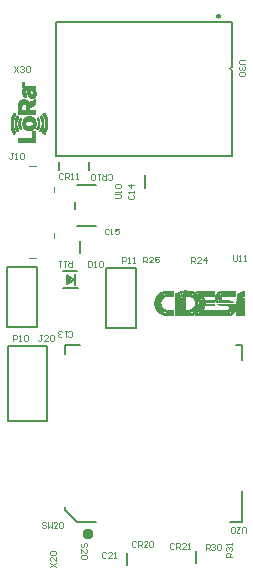
<source format=gto>
G04 Layer_Color=65535*
%FSLAX24Y24*%
%MOIN*%
G70*
G01*
G75*
%ADD37C,0.0059*%
%ADD56C,0.0079*%
%ADD57C,0.0157*%
%ADD58C,0.0059*%
%ADD59C,0.0060*%
%ADD60C,0.0039*%
%ADD61C,0.0080*%
%ADD62C,0.0010*%
%ADD63C,0.0039*%
%ADD64R,0.0079X0.0397*%
G36*
X-2307Y-5541D02*
X-2249Y-5580D01*
X-2210Y-5638D01*
X-2197Y-5707D01*
X-2210Y-5775D01*
X-2249Y-5834D01*
X-2307Y-5872D01*
X-2376Y-5886D01*
X-2445Y-5872D01*
X-2503Y-5834D01*
X-2542Y-5775D01*
X-2555Y-5707D01*
X-2542Y-5638D01*
X-2503Y-5580D01*
X-2445Y-5541D01*
X-2376Y-5527D01*
X-2307Y-5541D01*
D02*
G37*
G36*
X-2913Y2776D02*
X-3033Y2696D01*
Y2854D01*
X-2913Y2776D01*
D02*
G37*
D37*
X-468Y5816D02*
Y6255D01*
D56*
X2425Y9887D02*
G03*
X2425Y9759I0J-64D01*
G01*
X2425Y9421D02*
Y9759D01*
X-3425Y6909D02*
X2425D01*
X-3425D02*
Y11359D01*
X2425D01*
Y9871D02*
Y11359D01*
Y6909D02*
Y9421D01*
X-780Y1177D02*
Y3177D01*
X-1780D02*
X-780D01*
X-1780Y1177D02*
Y3177D01*
Y1177D02*
X-780D01*
X-5067Y1193D02*
Y3193D01*
Y1193D02*
X-4067D01*
Y3193D01*
X-5067D02*
X-4067D01*
X-5050Y557D02*
X-3750D01*
X-5050Y-1943D02*
Y557D01*
X-3750Y-1943D02*
Y557D01*
X-5050Y-1943D02*
X-3750D01*
D57*
X1979Y11559D02*
G03*
X1979Y11559I-4J0D01*
G01*
D58*
X-2753Y-5309D02*
X-2123D01*
X-3146Y-4915D02*
X-2753Y-5309D01*
X-3146Y-4915D02*
Y-4797D01*
X2759Y-5309D02*
Y-4285D01*
X2365Y-5309D02*
X2759D01*
Y85D02*
Y597D01*
X2562D02*
X2759D01*
X-3146D02*
X-2635D01*
X-3146Y282D02*
Y597D01*
D59*
X-2727Y4566D02*
X-2092D01*
X-2727Y5936D02*
X-2092D01*
X-2812Y5126D02*
Y5346D01*
X-2657Y3658D02*
Y4058D01*
X-3356Y6435D02*
Y6705D01*
X-2342Y6435D02*
Y6705D01*
X-1077Y-6726D02*
Y-6326D01*
X1234Y-6686D02*
Y-6286D01*
D60*
X-3504Y4173D02*
Y4331D01*
Y5709D02*
Y5846D01*
X-4350Y6555D02*
X-4114D01*
X-4331Y3484D02*
X-4114D01*
D61*
X-3073Y2933D02*
X-2835Y2776D01*
X-3073Y2616D02*
Y2933D01*
Y2616D02*
X-2835Y2776D01*
X-3223Y3046D02*
X-2733D01*
X-3223Y2496D02*
X-2703D01*
D62*
X812Y2417D02*
X902D01*
X172Y2407D02*
X462D01*
X722D02*
X742D01*
X772D02*
X1072D01*
X1212D02*
X1812D01*
X2042D02*
X2532D01*
X2802D02*
X2812D01*
X152Y2397D02*
X462D01*
X712D02*
X742D01*
X772D02*
X1102D01*
X1222D02*
X1812D01*
X2012D02*
X2532D01*
X2792D02*
X2812D01*
X112Y2387D02*
X462D01*
X692D02*
X742D01*
X772D02*
X1132D01*
X1242D02*
X1812D01*
X1992D02*
X2532D01*
X2762D02*
X2812D01*
X92Y2377D02*
X462D01*
X662D02*
X742D01*
X772D02*
X1162D01*
X1252D02*
X1812D01*
X1972D02*
X2532D01*
X2742D02*
X2812D01*
X62Y2367D02*
X472D01*
X642D02*
X742D01*
X772D02*
X1182D01*
X1262D02*
X1812D01*
X1952D02*
X2532D01*
X2712D02*
X2812D01*
X52Y2357D02*
X472D01*
X622D02*
X742D01*
X772D02*
X1202D01*
X1272D02*
X1812D01*
X1942D02*
X2532D01*
X2692D02*
X2812D01*
X42Y2347D02*
X472D01*
X612D02*
X742D01*
X772D02*
X1212D01*
X1282D02*
X1812D01*
X1932D02*
X2532D01*
X2682D02*
X2812D01*
X22Y2337D02*
X472D01*
X592D02*
X742D01*
X782D02*
X1222D01*
X1292D02*
X1812D01*
X1922D02*
X2532D01*
X2662D02*
X2812D01*
X2Y2327D02*
X192D01*
X562D02*
X722D01*
X2632D02*
X2802D01*
X-8Y2317D02*
X152D01*
X542D02*
X702D01*
X2612D02*
X2772D01*
X-28Y2307D02*
X122D01*
X512D02*
X672D01*
X2592D02*
X2752D01*
X-28Y2297D02*
X112D01*
X242D02*
X472D01*
X512D02*
X662D01*
X772D02*
X1002D01*
X1142D02*
X1272D01*
X1322D02*
X1812D01*
X1892D02*
X1992D01*
X2092D02*
X2532D01*
X2582D02*
X2742D01*
X-38Y2287D02*
X92D01*
X192D02*
X472D01*
X512D02*
X642D01*
X712D02*
X742D01*
X772D02*
X1052D01*
X1152D02*
X1282D01*
X1342D02*
X1812D01*
X1892D02*
X1982D01*
X2052D02*
X2532D01*
X2582D02*
X2712D01*
X2792D02*
X2812D01*
X-48Y2277D02*
X72D01*
X152D02*
X472D01*
X512D02*
X612D01*
X692D02*
X742D01*
X772D02*
X1092D01*
X1172D02*
X1292D01*
X1352D02*
X1812D01*
X1872D02*
X1972D01*
X2032D02*
X2532D01*
X2582D02*
X2692D01*
X2762D02*
X2812D01*
X-58Y2267D02*
X62D01*
X132D02*
X472D01*
X512D02*
X592D01*
X672D02*
X742D01*
X772D02*
X1112D01*
X1192D02*
X1302D01*
X1352D02*
X1812D01*
X1872D02*
X1962D01*
X2012D02*
X2532D01*
X2582D02*
X2662D01*
X2742D02*
X2812D01*
X-68Y2257D02*
X52D01*
X112D02*
X472D01*
X512D02*
X562D01*
X642D02*
X742D01*
X772D02*
X1132D01*
X1202D02*
X1302D01*
X1362D02*
X1812D01*
X1872D02*
X1952D01*
X2002D02*
X2532D01*
X2582D02*
X2642D01*
X2712D02*
X2812D01*
X-78Y2247D02*
X42D01*
X102D02*
X472D01*
X512D02*
X552D01*
X632D02*
X742D01*
X772D02*
X1142D01*
X1202D02*
X1312D01*
X1362D02*
X1812D01*
X1862D02*
X1952D01*
X2002D02*
X2532D01*
X2582D02*
X2622D01*
X2702D02*
X2812D01*
X-88Y2237D02*
X22D01*
X92D02*
X472D01*
X512D02*
X522D01*
X612D02*
X742D01*
X772D02*
X1152D01*
X1212D02*
X1322D01*
X1372D02*
X1812D01*
X1862D02*
X1952D01*
X1992D02*
X2532D01*
X2582D02*
X2602D01*
X2682D02*
X2812D01*
X-88Y2227D02*
X12D01*
X72D02*
X252D01*
X592D02*
X742D01*
X772D02*
X862D01*
X992D02*
X1172D01*
X1222D02*
X1322D01*
X1372D02*
X1452D01*
X1862D02*
X1942D01*
X1992D02*
X2532D01*
X2662D02*
X2812D01*
X-98Y2217D02*
X12D01*
X62D02*
X192D01*
X562D02*
X722D01*
X772D02*
X862D01*
X1042D02*
X1182D01*
X1242D02*
X1332D01*
X1382D02*
X1462D01*
X1862D02*
X1942D01*
X1982D02*
X2082D01*
X2642D02*
X2802D01*
X-108Y2207D02*
X2D01*
X52D02*
X172D01*
X542D02*
X692D01*
X772D02*
X862D01*
X1072D02*
X1192D01*
X1242D02*
X1342D01*
X1392D02*
X1462D01*
X1862D02*
X1942D01*
X1972D02*
X2062D01*
X2612D02*
X2772D01*
X-108Y2197D02*
X-8D01*
X42D02*
X162D01*
X532D02*
X682D01*
X772D02*
X862D01*
X1082D02*
X1202D01*
X1252D02*
X1342D01*
X1392D02*
X1472D01*
X1852D02*
X1932D01*
X1972D02*
X2062D01*
X2602D02*
X2762D01*
X-108Y2187D02*
X-8D01*
X32D02*
X142D01*
X512D02*
X662D01*
X772D02*
X862D01*
X1102D02*
X1212D01*
X1252D02*
X1352D01*
X1392D02*
X1472D01*
X1852D02*
X1932D01*
X1972D02*
X2052D01*
X2582D02*
X2742D01*
X-118Y2177D02*
X-28D01*
X22D02*
X122D01*
X512D02*
X642D01*
X722D02*
X742D01*
X772D02*
X862D01*
X1112D02*
X1222D01*
X1262D02*
X1352D01*
X1402D02*
X1472D01*
X1852D02*
X1932D01*
X1972D02*
X2052D01*
X2582D02*
X2712D01*
X2792D02*
X2812D01*
X-128Y2167D02*
X-28D01*
X12D02*
X112D01*
X512D02*
X612D01*
X702D02*
X742D01*
X772D02*
X862D01*
X1132D02*
X1222D01*
X1262D02*
X1352D01*
X1402D02*
X1482D01*
X1852D02*
X1932D01*
X1972D02*
X2052D01*
X2582D02*
X2692D01*
X2772D02*
X2812D01*
X-128Y2157D02*
X-38D01*
X12D02*
X102D01*
X512D02*
X592D01*
X672D02*
X742D01*
X772D02*
X862D01*
X1142D02*
X1232D01*
X1272D02*
X1362D01*
X1412D02*
X1492D01*
X1852D02*
X1932D01*
X1972D02*
X2052D01*
X2582D02*
X2662D01*
X2752D02*
X2812D01*
X-128Y2147D02*
X-38D01*
X2D02*
X102D01*
X512D02*
X572D01*
X662D02*
X742D01*
X772D02*
X862D01*
X1142D02*
X1242D01*
X1272D02*
X1362D01*
X1412D02*
X1492D01*
X1852D02*
X1932D01*
X1972D02*
X2052D01*
X2582D02*
X2652D01*
X2732D02*
X2812D01*
X-138Y2137D02*
X-38D01*
X2D02*
X92D01*
X512D02*
X552D01*
X642D02*
X742D01*
X772D02*
X862D01*
X1152D02*
X1242D01*
X1282D02*
X1362D01*
X1412D02*
X1492D01*
X1852D02*
X1932D01*
X1972D02*
X2052D01*
X2582D02*
X2622D01*
X2712D02*
X2812D01*
X-138Y2127D02*
X-48D01*
X-8D02*
X72D01*
X512D02*
X522D01*
X612D02*
X742D01*
X772D02*
X862D01*
X1162D02*
X1252D01*
X1292D02*
X1372D01*
X1412D02*
X1492D01*
X1852D02*
X1932D01*
X1972D02*
X2062D01*
X2572D02*
X2602D01*
X2692D02*
X2812D01*
X-138Y2117D02*
X-48D01*
X-8D02*
X72D01*
X592D02*
X742D01*
X772D02*
X862D01*
X1172D02*
X1252D01*
X1292D02*
X1372D01*
X1422D02*
X1502D01*
X1862D02*
X1942D01*
X1972D02*
X2062D01*
X2662D02*
X2812D01*
X-148Y2107D02*
X-58D01*
X-18D02*
X62D01*
X562D02*
X742D01*
X772D02*
X862D01*
X1172D02*
X1262D01*
X1292D02*
X1372D01*
X1422D02*
X1502D01*
X1862D02*
X1942D01*
X1982D02*
X2072D01*
X2642D02*
X2812D01*
X-148Y2097D02*
X-58D01*
X-18D02*
X62D01*
X552D02*
X742D01*
X772D02*
X862D01*
X1172D02*
X1262D01*
X1292D02*
X1382D01*
X1422D02*
X1502D01*
X1862D02*
X1942D01*
X1982D02*
X2092D01*
X2622D02*
X2812D01*
X-148Y2087D02*
X-58D01*
X-28D02*
X52D01*
X532D02*
X742D01*
X772D02*
X862D01*
X1182D02*
X1262D01*
X1302D02*
X1382D01*
X1422D02*
X1812D01*
X1862D02*
X1942D01*
X1992D02*
X2322D01*
X2602D02*
X2812D01*
X-148Y2077D02*
X-58D01*
X-28D02*
X52D01*
X512D02*
X742D01*
X772D02*
X862D01*
X1192D02*
X1262D01*
X1302D02*
X1382D01*
X1422D02*
X1812D01*
X1872D02*
X1952D01*
X1992D02*
X2362D01*
X2582D02*
X2812D01*
X-148Y2067D02*
X-68D01*
X-28D02*
X52D01*
X512D02*
X742D01*
X772D02*
X862D01*
X1192D02*
X1272D01*
X1302D02*
X1392D01*
X1422D02*
X1812D01*
X1872D02*
X1962D01*
X2002D02*
X2392D01*
X2572D02*
X2812D01*
X-158Y2057D02*
X-68D01*
X-28D02*
X52D01*
X512D02*
X742D01*
X772D02*
X862D01*
X1192D02*
X1272D01*
X1302D02*
X1392D01*
X1422D02*
X1812D01*
X1872D02*
X1962D01*
X2012D02*
X2412D01*
X2572D02*
X2812D01*
X-158Y2047D02*
X-68D01*
X-38D02*
X42D01*
X512D02*
X742D01*
X772D02*
X862D01*
X1192D02*
X1272D01*
X1302D02*
X1392D01*
X1432D02*
X1812D01*
X1882D02*
X1972D01*
X2022D02*
X2422D01*
X2572D02*
X2812D01*
X-158Y2037D02*
X-78D01*
X-38D02*
X42D01*
X512D02*
X742D01*
X772D02*
X862D01*
X1202D02*
X1272D01*
X1312D02*
X1392D01*
X1432D02*
X1812D01*
X1892D02*
X1982D01*
X2042D02*
X2432D01*
X2572D02*
X2812D01*
X-158Y2027D02*
X-78D01*
X-38D02*
X42D01*
X512D02*
X742D01*
X772D02*
X862D01*
X1202D02*
X1272D01*
X1312D02*
X1392D01*
X1432D02*
X1812D01*
X1892D02*
X1992D01*
X2062D02*
X2452D01*
X2572D02*
X2812D01*
X-158Y2017D02*
X-78D01*
X-38D02*
X42D01*
X512D02*
X742D01*
X772D02*
X862D01*
X1202D02*
X1272D01*
X1312D02*
X1392D01*
X1432D02*
X1512D01*
X2572D02*
X2812D01*
X-158Y2007D02*
X-78D01*
X-38D02*
X42D01*
X512D02*
X742D01*
X772D02*
X862D01*
X1202D02*
X1272D01*
X1312D02*
X1392D01*
X1432D02*
X1512D01*
X2572D02*
X2812D01*
X-158Y1997D02*
X-78D01*
X-38D02*
X42D01*
X512D02*
X742D01*
X772D02*
X862D01*
X1202D02*
X1272D01*
X1312D02*
X1392D01*
X1432D02*
X1512D01*
X2572D02*
X2812D01*
X-158Y1987D02*
X-78D01*
X-38D02*
X42D01*
X512D02*
X742D01*
X772D02*
X862D01*
X1202D02*
X1272D01*
X1312D02*
X1392D01*
X1432D02*
X1512D01*
X2572D02*
X2812D01*
X-158Y1977D02*
X-78D01*
X-38D02*
X42D01*
X512D02*
X742D01*
X772D02*
X862D01*
X1202D02*
X1272D01*
X1312D02*
X1392D01*
X1432D02*
X1812D01*
X1932D02*
X2312D01*
X2392D02*
X2492D01*
X2572D02*
X2812D01*
X-158Y1967D02*
X-78D01*
X-38D02*
X42D01*
X512D02*
X742D01*
X772D02*
X862D01*
X1202D02*
X1272D01*
X1312D02*
X1392D01*
X1432D02*
X1812D01*
X1942D02*
X2342D01*
X2402D02*
X2502D01*
X2572D02*
X2812D01*
X-158Y1957D02*
X-68D01*
X-38D02*
X42D01*
X512D02*
X742D01*
X772D02*
X862D01*
X1192D02*
X1272D01*
X1312D02*
X1392D01*
X1422D02*
X1812D01*
X1952D02*
X2352D01*
X2412D02*
X2502D01*
X2572D02*
X2812D01*
X-158Y1947D02*
X-68D01*
X-28D02*
X52D01*
X512D02*
X742D01*
X772D02*
X862D01*
X1192D02*
X1272D01*
X1302D02*
X1392D01*
X1422D02*
X1812D01*
X1972D02*
X2372D01*
X2422D02*
X2512D01*
X2572D02*
X2812D01*
X-158Y1937D02*
X-68D01*
X-28D02*
X52D01*
X512D02*
X742D01*
X772D02*
X862D01*
X1192D02*
X1272D01*
X1302D02*
X1392D01*
X1422D02*
X1812D01*
X1982D02*
X2372D01*
X2422D02*
X2512D01*
X2572D02*
X2812D01*
X-158Y1927D02*
X-58D01*
X-28D02*
X52D01*
X512D02*
X742D01*
X772D02*
X862D01*
X1192D02*
X1262D01*
X1302D02*
X1392D01*
X1422D02*
X1812D01*
X2012D02*
X2382D01*
X2432D02*
X2512D01*
X2572D02*
X2812D01*
X-148Y1917D02*
X-58D01*
X-28D02*
X62D01*
X512D02*
X742D01*
X772D02*
X862D01*
X1182D02*
X1262D01*
X1302D02*
X1382D01*
X1422D02*
X1812D01*
X2042D02*
X2392D01*
X2442D02*
X2522D01*
X2572D02*
X2812D01*
X-148Y1907D02*
X-58D01*
X-28D02*
X62D01*
X512D02*
X742D01*
X772D02*
X862D01*
X1172D02*
X1262D01*
X1302D02*
X1382D01*
X1422D02*
X1502D01*
X2282D02*
X2402D01*
X2442D02*
X2522D01*
X2572D02*
X2812D01*
X-148Y1897D02*
X-58D01*
X-18D02*
X72D01*
X512D02*
X742D01*
X772D02*
X862D01*
X1172D02*
X1252D01*
X1292D02*
X1372D01*
X1412D02*
X1502D01*
X2302D02*
X2402D01*
X2452D02*
X2522D01*
X2572D02*
X2812D01*
X-148Y1887D02*
X-48D01*
X-18D02*
X72D01*
X512D02*
X742D01*
X772D02*
X862D01*
X1172D02*
X1252D01*
X1292D02*
X1372D01*
X1412D02*
X1502D01*
X2312D02*
X2402D01*
X2452D02*
X2522D01*
X2572D02*
X2812D01*
X-138Y1877D02*
X-48D01*
X-8D02*
X82D01*
X512D02*
X742D01*
X772D02*
X862D01*
X1162D02*
X1252D01*
X1292D02*
X1372D01*
X1412D02*
X1492D01*
X2322D02*
X2412D01*
X2452D02*
X2532D01*
X2572D02*
X2812D01*
X-138Y1867D02*
X-48D01*
X-8D02*
X92D01*
X512D02*
X742D01*
X772D02*
X862D01*
X1152D02*
X1242D01*
X1282D02*
X1372D01*
X1412D02*
X1492D01*
X2322D02*
X2412D01*
X2452D02*
X2532D01*
X2572D02*
X2812D01*
X-138Y1857D02*
X-38D01*
X2D02*
X102D01*
X512D02*
X742D01*
X772D02*
X862D01*
X1142D02*
X1242D01*
X1272D02*
X1362D01*
X1412D02*
X1492D01*
X2332D02*
X2412D01*
X2452D02*
X2532D01*
X2572D02*
X2812D01*
X-128Y1847D02*
X-38D01*
X12D02*
X102D01*
X512D02*
X742D01*
X772D02*
X862D01*
X1132D02*
X1232D01*
X1272D02*
X1362D01*
X1402D02*
X1492D01*
X2332D02*
X2412D01*
X2452D02*
X2532D01*
X2572D02*
X2812D01*
X-128Y1837D02*
X-28D01*
X12D02*
X112D01*
X512D02*
X742D01*
X772D02*
X862D01*
X1122D02*
X1222D01*
X1272D02*
X1362D01*
X1402D02*
X1482D01*
X2332D02*
X2412D01*
X2452D02*
X2532D01*
X2572D02*
X2812D01*
X-128Y1827D02*
X-28D01*
X22D02*
X122D01*
X512D02*
X742D01*
X772D02*
X862D01*
X1112D02*
X1222D01*
X1262D02*
X1352D01*
X1402D02*
X1472D01*
X2332D02*
X2412D01*
X2452D02*
X2532D01*
X2572D02*
X2812D01*
X-118Y1817D02*
X-18D01*
X22D02*
X142D01*
X512D02*
X742D01*
X772D02*
X862D01*
X1102D02*
X1212D01*
X1262D02*
X1352D01*
X1392D02*
X1472D01*
X2322D02*
X2412D01*
X2452D02*
X2532D01*
X2572D02*
X2812D01*
X-108Y1807D02*
X-8D01*
X42D02*
X162D01*
X512D02*
X742D01*
X772D02*
X862D01*
X1082D02*
X1202D01*
X1252D02*
X1352D01*
X1392D02*
X1472D01*
X2322D02*
X2412D01*
X2452D02*
X2522D01*
X2572D02*
X2812D01*
X-108Y1797D02*
X2D01*
X52D02*
X182D01*
X512D02*
X742D01*
X772D02*
X862D01*
X1062D02*
X1192D01*
X1242D02*
X1342D01*
X1382D02*
X1462D01*
X2312D02*
X2402D01*
X2452D02*
X2522D01*
X2572D02*
X2812D01*
X-98Y1787D02*
X2D01*
X52D02*
X202D01*
X512D02*
X742D01*
X772D02*
X862D01*
X1042D02*
X1192D01*
X1242D02*
X1342D01*
X1382D02*
X1462D01*
X2302D02*
X2402D01*
X2452D02*
X2522D01*
X2572D02*
X2812D01*
X-98Y1777D02*
X12D01*
X62D02*
X462D01*
X512D02*
X742D01*
X772D02*
X872D01*
X972D02*
X1172D01*
X1232D02*
X1332D01*
X1372D02*
X1812D01*
X2272D02*
X2402D01*
X2442D02*
X2522D01*
X2572D02*
X2812D01*
X-88Y1767D02*
X22D01*
X82D02*
X472D01*
X512D02*
X742D01*
X772D02*
X1162D01*
X1222D02*
X1322D01*
X1362D02*
X1812D01*
X1852D02*
X2392D01*
X2442D02*
X2522D01*
X2572D02*
X2812D01*
X-78Y1757D02*
X42D01*
X92D02*
X472D01*
X512D02*
X742D01*
X772D02*
X1152D01*
X1212D02*
X1312D01*
X1362D02*
X1812D01*
X1852D02*
X2382D01*
X2432D02*
X2512D01*
X2572D02*
X2812D01*
X-78Y1747D02*
X52D01*
X112D02*
X472D01*
X512D02*
X742D01*
X772D02*
X1122D01*
X1202D02*
X1312D01*
X1352D02*
X1812D01*
X1852D02*
X2372D01*
X2422D02*
X2512D01*
X2572D02*
X2812D01*
X-68Y1737D02*
X52D01*
X122D02*
X472D01*
X512D02*
X742D01*
X772D02*
X1122D01*
X1192D02*
X1302D01*
X1352D02*
X1812D01*
X1852D02*
X2372D01*
X2422D02*
X2512D01*
X2572D02*
X2812D01*
X-58Y1727D02*
X72D01*
X142D02*
X472D01*
X512D02*
X742D01*
X772D02*
X1102D01*
X1172D02*
X1302D01*
X1342D02*
X1812D01*
X1852D02*
X2352D01*
X2412D02*
X2502D01*
X2572D02*
X2812D01*
X-48Y1717D02*
X92D01*
X172D02*
X472D01*
X512D02*
X742D01*
X772D02*
X1072D01*
X1162D02*
X1292D01*
X1332D02*
X1812D01*
X1852D02*
X2342D01*
X2402D02*
X2502D01*
X2572D02*
X2812D01*
X-38Y1707D02*
X102D01*
X212D02*
X472D01*
X512D02*
X742D01*
X772D02*
X1022D01*
X1142D02*
X1272D01*
X1322D02*
X1812D01*
X1852D02*
X2312D01*
X2392D02*
X2492D01*
X2572D02*
X2812D01*
X-28Y1697D02*
X122D01*
X512D02*
X742D01*
X2572D02*
X2812D01*
X-18Y1687D02*
X142D01*
X512D02*
X742D01*
X2572D02*
X2812D01*
X-8Y1677D02*
X172D01*
X512D02*
X742D01*
X2572D02*
X2812D01*
X12Y1667D02*
X242D01*
X512D02*
X742D01*
X2572D02*
X2812D01*
X22Y1657D02*
X462D01*
X512D02*
X742D01*
X772D02*
X1212D01*
X1292D02*
X1812D01*
X1852D02*
X2452D01*
X2572D02*
X2812D01*
X42Y1647D02*
X462D01*
X512D02*
X742D01*
X772D02*
X1202D01*
X1272D02*
X1812D01*
X1852D02*
X2442D01*
X2572D02*
X2812D01*
X52Y1637D02*
X462D01*
X512D02*
X742D01*
X772D02*
X1192D01*
X1272D02*
X1812D01*
X1852D02*
X2432D01*
X2572D02*
X2812D01*
X72Y1627D02*
X462D01*
X512D02*
X742D01*
X772D02*
X1172D01*
X1252D02*
X1812D01*
X1852D02*
X2422D01*
X2572D02*
X2812D01*
X102Y1617D02*
X462D01*
X512D02*
X742D01*
X772D02*
X1152D01*
X1242D02*
X1812D01*
X1852D02*
X2402D01*
X2572D02*
X2812D01*
X122Y1607D02*
X462D01*
X512D02*
X742D01*
X772D02*
X1122D01*
X1222D02*
X1812D01*
X1852D02*
X2382D01*
X2572D02*
X2812D01*
X162Y1597D02*
X462D01*
X512D02*
X742D01*
X772D02*
X1082D01*
X1212D02*
X1812D01*
X1852D02*
X2352D01*
X2572D02*
X2812D01*
X192Y1587D02*
X472D01*
X512D02*
X742D01*
X772D02*
X1052D01*
X1202D02*
X1812D01*
X1852D02*
X2322D01*
X2572D02*
X2812D01*
X-3732Y7855D02*
Y8125D01*
X-3742Y7825D02*
Y8155D01*
X-3752Y7785D02*
Y8195D01*
X-3762Y7765D02*
Y8215D01*
X-3772Y7735D02*
Y8245D01*
X-3782Y7715D02*
Y8265D01*
X-3792Y7695D02*
Y8285D01*
X-3802Y7685D02*
Y8295D01*
X-3812Y8085D02*
Y8325D01*
Y7665D02*
Y7895D01*
X-3822Y8115D02*
Y8335D01*
Y7645D02*
Y7865D01*
X-3832Y8165D02*
Y8335D01*
Y7635D02*
Y7815D01*
X-3842Y8185D02*
Y8325D01*
Y7645D02*
Y7805D01*
X-3852Y8215D02*
Y8315D01*
Y7645D02*
Y7765D01*
X-3862Y8225D02*
Y8315D01*
Y7915D02*
Y8065D01*
Y7655D02*
Y7755D01*
X-3872Y8255D02*
Y8305D01*
Y7855D02*
Y8125D01*
Y7665D02*
Y7725D01*
X-3882Y8265D02*
Y8295D01*
Y7835D02*
Y8155D01*
Y7805D02*
Y7815D01*
Y7675D02*
Y7715D01*
X-3892Y8295D02*
Y8305D01*
Y7795D02*
Y8185D01*
Y7665D02*
Y7695D01*
X-3902Y7785D02*
Y8195D01*
X-3912Y7755D02*
Y8225D01*
X-3922Y7745D02*
Y8235D01*
Y7725D02*
Y7735D01*
X-3932Y8065D02*
Y8255D01*
Y7715D02*
Y7915D01*
X-3942Y8105D02*
Y8255D01*
Y7715D02*
Y7885D01*
X-3952Y8135D02*
Y8255D01*
Y7715D02*
Y7845D01*
X-3962Y8155D02*
Y8235D01*
Y7725D02*
Y7825D01*
X-3972Y8185D02*
Y8235D01*
Y7735D02*
Y7795D01*
X-3982Y8195D02*
Y8225D01*
Y7735D02*
Y7785D01*
X-3992Y7915D02*
Y8065D01*
Y7745D02*
Y7765D01*
X-4002Y7885D02*
Y8095D01*
X-4012Y7845D02*
Y8125D01*
X-4022Y7835D02*
Y8145D01*
X-4032Y7805D02*
Y8165D01*
X-4042Y7785D02*
Y8185D01*
X-4052Y8065D02*
Y8175D01*
Y7795D02*
Y7915D01*
X-4062Y8085D02*
Y8175D01*
Y7795D02*
Y7885D01*
X-4072Y8125D02*
Y8165D01*
Y7805D02*
Y7865D01*
X-4082Y8135D02*
Y8155D01*
Y7815D02*
Y7845D01*
X-4092Y7805D02*
Y7815D01*
X-4122Y8935D02*
Y9025D01*
Y7925D02*
Y8045D01*
X-4132Y9115D02*
Y9235D01*
Y8895D02*
Y9055D01*
Y8625D02*
Y8795D01*
Y8285D02*
Y8435D01*
Y7885D02*
Y8085D01*
Y7355D02*
Y7725D01*
X-4142Y9105D02*
Y9235D01*
Y8885D02*
Y9075D01*
Y8625D02*
Y8795D01*
Y8285D02*
Y8435D01*
Y7865D02*
Y8105D01*
Y7355D02*
Y7725D01*
X-4152Y9105D02*
Y9235D01*
Y8875D02*
Y9095D01*
Y8615D02*
Y8795D01*
Y8285D02*
Y8435D01*
Y7845D02*
Y8125D01*
Y7355D02*
Y7725D01*
X-4162Y8865D02*
Y9235D01*
Y8615D02*
Y8785D01*
Y8285D02*
Y8435D01*
Y7835D02*
Y8135D01*
Y7355D02*
Y7725D01*
X-4172Y8855D02*
Y9225D01*
Y8605D02*
Y8775D01*
Y8285D02*
Y8435D01*
Y8155D02*
Y8165D01*
Y7825D02*
Y8145D01*
Y7355D02*
Y7725D01*
X-4182Y8845D02*
Y9225D01*
Y8605D02*
Y8775D01*
Y8285D02*
Y8435D01*
Y7815D02*
Y8155D01*
Y7355D02*
Y7725D01*
X-4192Y8845D02*
Y9225D01*
Y8595D02*
Y8765D01*
Y8285D02*
Y8435D01*
Y7805D02*
Y8175D01*
Y7355D02*
Y7725D01*
X-4202Y8835D02*
Y9225D01*
Y8595D02*
Y8755D01*
Y8285D02*
Y8435D01*
Y7795D02*
Y8175D01*
Y7355D02*
Y7725D01*
X-4212Y8835D02*
Y9225D01*
Y8585D02*
Y8755D01*
Y8285D02*
Y8435D01*
Y7785D02*
Y8185D01*
Y7355D02*
Y7725D01*
X-4222Y9035D02*
Y9225D01*
Y8835D02*
Y8995D01*
Y8575D02*
Y8755D01*
Y8285D02*
Y8435D01*
Y7785D02*
Y8195D01*
Y7355D02*
Y7725D01*
X-4232Y9065D02*
Y9225D01*
Y8835D02*
Y8975D01*
Y8575D02*
Y8745D01*
Y8285D02*
Y8435D01*
Y8035D02*
Y8195D01*
Y7775D02*
Y7935D01*
Y7355D02*
Y7725D01*
X-4242Y9075D02*
Y9225D01*
Y8835D02*
Y8965D01*
Y8575D02*
Y8735D01*
Y8285D02*
Y8435D01*
Y8055D02*
Y8195D01*
Y7775D02*
Y7925D01*
Y7355D02*
Y7725D01*
X-4252Y9075D02*
Y9225D01*
Y8835D02*
Y8965D01*
Y8565D02*
Y8735D01*
Y8285D02*
Y8435D01*
Y8055D02*
Y8205D01*
Y7775D02*
Y7915D01*
Y7355D02*
Y7725D01*
X-4262Y9085D02*
Y9225D01*
Y8835D02*
Y8965D01*
Y8555D02*
Y8725D01*
Y8285D02*
Y8435D01*
Y8065D02*
Y8205D01*
Y7765D02*
Y7915D01*
Y7355D02*
Y7505D01*
X-4272Y9095D02*
Y9225D01*
Y8835D02*
Y8965D01*
Y8555D02*
Y8715D01*
Y8285D02*
Y8435D01*
Y8065D02*
Y8215D01*
Y7765D02*
Y7905D01*
Y7355D02*
Y7505D01*
X-4282Y9095D02*
Y9225D01*
Y8835D02*
Y8975D01*
Y8545D02*
Y8715D01*
Y8285D02*
Y8435D01*
Y8075D02*
Y8215D01*
Y7755D02*
Y7895D01*
Y7355D02*
Y7505D01*
X-4292Y9095D02*
Y9225D01*
Y8835D02*
Y8985D01*
Y8535D02*
Y8715D01*
Y8285D02*
Y8435D01*
Y8075D02*
Y8215D01*
Y7755D02*
Y7895D01*
Y7355D02*
Y7505D01*
X-4302Y9095D02*
Y9225D01*
Y8845D02*
Y8995D01*
Y8535D02*
Y8705D01*
Y8285D02*
Y8435D01*
Y8075D02*
Y8215D01*
Y7755D02*
Y7895D01*
Y7355D02*
Y7505D01*
X-4312Y9095D02*
Y9225D01*
Y8845D02*
Y9035D01*
Y8535D02*
Y8695D01*
Y8285D02*
Y8435D01*
Y8075D02*
Y8215D01*
Y7755D02*
Y7895D01*
Y7355D02*
Y7505D01*
X-4322Y9095D02*
Y9225D01*
Y8855D02*
Y9065D01*
Y8525D02*
Y8695D01*
Y8285D02*
Y8435D01*
Y8075D02*
Y8215D01*
Y7755D02*
Y7895D01*
Y7355D02*
Y7505D01*
X-4332Y8855D02*
Y9225D01*
Y8285D02*
Y8685D01*
Y8075D02*
Y8215D01*
Y7755D02*
Y7895D01*
Y7355D02*
Y7505D01*
X-4342Y8875D02*
Y9225D01*
Y8285D02*
Y8675D01*
Y8075D02*
Y8215D01*
Y7755D02*
Y7895D01*
Y7355D02*
Y7505D01*
X-4352Y8885D02*
Y9225D01*
Y8865D02*
Y8875D01*
Y8285D02*
Y8675D01*
Y8075D02*
Y8215D01*
Y7755D02*
Y7895D01*
Y7355D02*
Y7505D01*
X-4362Y8895D02*
Y9225D01*
Y8285D02*
Y8695D01*
Y8075D02*
Y8215D01*
Y7755D02*
Y7895D01*
Y7355D02*
Y7505D01*
X-4372Y8915D02*
Y9225D01*
Y8285D02*
Y8705D01*
Y8075D02*
Y8215D01*
Y7755D02*
Y7895D01*
Y7355D02*
Y7505D01*
X-4382Y8945D02*
Y9225D01*
Y8285D02*
Y8725D01*
Y8075D02*
Y8215D01*
Y7755D02*
Y7895D01*
Y7355D02*
Y7505D01*
X-4392Y8965D02*
Y9225D01*
Y8285D02*
Y8735D01*
Y8075D02*
Y8215D01*
Y7755D02*
Y7895D01*
Y7355D02*
Y7505D01*
X-4402Y9025D02*
Y9225D01*
Y8285D02*
Y8745D01*
Y8075D02*
Y8215D01*
Y7755D02*
Y7895D01*
Y7355D02*
Y7505D01*
X-4412Y9085D02*
Y9225D01*
Y8285D02*
Y8755D01*
Y8075D02*
Y8215D01*
Y7765D02*
Y7905D01*
Y7355D02*
Y7505D01*
X-4422Y9095D02*
Y9225D01*
Y8285D02*
Y8755D01*
Y8065D02*
Y8205D01*
Y7765D02*
Y7905D01*
Y7355D02*
Y7505D01*
X-4432Y9095D02*
Y9225D01*
Y8855D02*
Y8985D01*
Y8285D02*
Y8765D01*
Y8055D02*
Y8205D01*
Y7775D02*
Y7915D01*
Y7355D02*
Y7505D01*
X-4442Y9095D02*
Y9225D01*
Y8855D02*
Y8985D01*
Y8285D02*
Y8775D01*
Y8055D02*
Y8195D01*
Y7775D02*
Y7925D01*
Y7355D02*
Y7505D01*
X-4452Y9095D02*
Y9225D01*
Y8855D02*
Y8985D01*
Y8605D02*
Y8775D01*
Y8285D02*
Y8435D01*
Y8035D02*
Y8195D01*
Y7775D02*
Y7935D01*
Y7355D02*
Y7505D01*
X-4462Y9095D02*
Y9225D01*
Y8855D02*
Y8995D01*
Y8615D02*
Y8775D01*
Y8285D02*
Y8435D01*
Y7785D02*
Y8195D01*
Y7355D02*
Y7505D01*
X-4472Y9085D02*
Y9225D01*
Y8855D02*
Y8995D01*
Y8625D02*
Y8785D01*
Y8285D02*
Y8435D01*
Y7785D02*
Y8185D01*
Y7355D02*
Y7505D01*
X-4482Y8855D02*
Y9215D01*
Y8635D02*
Y8785D01*
Y8285D02*
Y8435D01*
Y7795D02*
Y8175D01*
Y7355D02*
Y7505D01*
X-4492Y9225D02*
Y9235D01*
Y8865D02*
Y9215D01*
Y8635D02*
Y8785D01*
Y8285D02*
Y8435D01*
Y7805D02*
Y8175D01*
Y7355D02*
Y7505D01*
X-4502Y9305D02*
Y9355D01*
Y9275D02*
Y9295D01*
Y9235D02*
Y9255D01*
Y8875D02*
Y9215D01*
Y8635D02*
Y8785D01*
Y8285D02*
Y8435D01*
Y7815D02*
Y8155D01*
Y7355D02*
Y7505D01*
X-4512Y9305D02*
Y9355D01*
Y9275D02*
Y9295D01*
Y9235D02*
Y9255D01*
Y8875D02*
Y9205D01*
Y8635D02*
Y8785D01*
Y8285D02*
Y8435D01*
Y7825D02*
Y8155D01*
Y7355D02*
Y7505D01*
X-4522Y9275D02*
Y9355D01*
Y9235D02*
Y9255D01*
Y8885D02*
Y9195D01*
Y8635D02*
Y8785D01*
Y8285D02*
Y8435D01*
Y7835D02*
Y8135D01*
Y7355D02*
Y7505D01*
X-4532Y9275D02*
Y9355D01*
Y9235D02*
Y9255D01*
Y8895D02*
Y9185D01*
Y8635D02*
Y8785D01*
Y8285D02*
Y8435D01*
Y7845D02*
Y8125D01*
Y7355D02*
Y7505D01*
X-4542Y9325D02*
Y9355D01*
Y9275D02*
Y9315D01*
Y9235D02*
Y9255D01*
Y8915D02*
Y9175D01*
Y8635D02*
Y8785D01*
Y8285D02*
Y8435D01*
Y7865D02*
Y8105D01*
Y7355D02*
Y7505D01*
X-4552Y9325D02*
Y9355D01*
Y9275D02*
Y9315D01*
Y9235D02*
Y9255D01*
Y8925D02*
Y9155D01*
Y8625D02*
Y8785D01*
Y8285D02*
Y8435D01*
Y7885D02*
Y8085D01*
Y7355D02*
Y7505D01*
X-4562Y9335D02*
Y9355D01*
Y9205D02*
Y9305D01*
Y8965D02*
Y9115D01*
Y8625D02*
Y8785D01*
Y8285D02*
Y8435D01*
Y7925D02*
Y8045D01*
Y7355D02*
Y7505D01*
X-4572Y9335D02*
Y9355D01*
Y9205D02*
Y9305D01*
Y8615D02*
Y8775D01*
Y8285D02*
Y8435D01*
Y7355D02*
Y7505D01*
X-4582Y8575D02*
Y8775D01*
Y8285D02*
Y8435D01*
Y7355D02*
Y7505D01*
X-4592Y8285D02*
Y8775D01*
Y8155D02*
Y8165D01*
Y7355D02*
Y7505D01*
X-4602Y8285D02*
Y8775D01*
Y8125D02*
Y8155D01*
Y7815D02*
Y7835D01*
Y7355D02*
Y7505D01*
X-4612Y8285D02*
Y8765D01*
Y8115D02*
Y8175D01*
Y7805D02*
Y7845D01*
Y7355D02*
Y7505D01*
X-4622Y8285D02*
Y8755D01*
Y8085D02*
Y8175D01*
Y7795D02*
Y7885D01*
Y7355D02*
Y7505D01*
X-4632Y8285D02*
Y8755D01*
Y8065D02*
Y8175D01*
Y7795D02*
Y7905D01*
Y7355D02*
Y7505D01*
X-4642Y8285D02*
Y8745D01*
Y7795D02*
Y8175D01*
Y7355D02*
Y7505D01*
X-4652Y8285D02*
Y8735D01*
Y7805D02*
Y8165D01*
Y7785D02*
Y7795D01*
Y7355D02*
Y7505D01*
X-4662Y8285D02*
Y8725D01*
Y7825D02*
Y8135D01*
Y7355D02*
Y7505D01*
X-4672Y8285D02*
Y8715D01*
Y7845D02*
Y8125D01*
Y7355D02*
Y7505D01*
X-4682Y8285D02*
Y8685D01*
Y7875D02*
Y8085D01*
Y7355D02*
Y7505D01*
X-4692Y8285D02*
Y8665D01*
Y8205D02*
Y8225D01*
Y7905D02*
Y8055D01*
Y7355D02*
Y7505D01*
X-4702Y8185D02*
Y8235D01*
Y7745D02*
Y7775D01*
X-4712Y8175D02*
Y8235D01*
Y7725D02*
Y7795D01*
X-4722Y8145D02*
Y8245D01*
Y7735D02*
Y7815D01*
X-4732Y8125D02*
Y8265D01*
Y8105D02*
Y8115D01*
Y7715D02*
Y7835D01*
X-4742Y8095D02*
Y8255D01*
Y7715D02*
Y7875D01*
X-4752Y8065D02*
Y8245D01*
Y7715D02*
Y7905D01*
X-4762Y7735D02*
Y8225D01*
X-4772Y7745D02*
Y8215D01*
X-4782Y7775D02*
Y8195D01*
X-4792Y8275D02*
Y8295D01*
Y7785D02*
Y8175D01*
Y7695D02*
Y7705D01*
X-4802Y8255D02*
Y8305D01*
Y7825D02*
Y8145D01*
Y7675D02*
Y7705D01*
X-4812Y8245D02*
Y8315D01*
Y8225D02*
Y8235D01*
Y7845D02*
Y8125D01*
Y7665D02*
Y7725D01*
X-4822Y8225D02*
Y8315D01*
Y7905D02*
Y8065D01*
Y7655D02*
Y7745D01*
X-4832Y8205D02*
Y8325D01*
Y7655D02*
Y7765D01*
X-4842Y8175D02*
Y8335D01*
Y7645D02*
Y7785D01*
X-4852Y8155D02*
Y8335D01*
Y8125D02*
Y8135D01*
Y7635D02*
Y7815D01*
X-4862Y8105D02*
Y8325D01*
Y7635D02*
Y7855D01*
X-4872Y8075D02*
Y8315D01*
Y7935D02*
Y7945D01*
Y7655D02*
Y7885D01*
X-4882Y7675D02*
Y8295D01*
X-4892Y7685D02*
Y8275D01*
X-4902Y7715D02*
Y8255D01*
X-4912Y7725D02*
Y8235D01*
X-4922Y7755D02*
Y8205D01*
X-4932Y7775D02*
Y8185D01*
X-4942Y7815D02*
Y8145D01*
X-4952Y7845D02*
Y8115D01*
D63*
X-4836Y9892D02*
X-4705Y9696D01*
Y9892D02*
X-4836Y9696D01*
X-4639Y9860D02*
X-4606Y9892D01*
X-4541D01*
X-4508Y9860D01*
Y9827D01*
X-4541Y9794D01*
X-4573D01*
X-4541D01*
X-4508Y9761D01*
Y9728D01*
X-4541Y9696D01*
X-4606D01*
X-4639Y9728D01*
X-4442Y9860D02*
X-4409Y9892D01*
X-4344D01*
X-4311Y9860D01*
Y9728D01*
X-4344Y9696D01*
X-4409D01*
X-4442Y9728D01*
Y9860D01*
X-3625Y-6790D02*
X-3428Y-6659D01*
X-3625D02*
X-3428Y-6790D01*
Y-6462D02*
Y-6593D01*
X-3559Y-6462D01*
X-3592D01*
X-3625Y-6495D01*
Y-6561D01*
X-3592Y-6593D01*
Y-6397D02*
X-3625Y-6364D01*
Y-6298D01*
X-3592Y-6265D01*
X-3461D01*
X-3428Y-6298D01*
Y-6364D01*
X-3461Y-6397D01*
X-3592D01*
X2844Y10098D02*
X2680D01*
X2648Y10066D01*
Y10000D01*
X2680Y9967D01*
X2844D01*
X2812Y9902D02*
X2844Y9869D01*
Y9803D01*
X2812Y9770D01*
X2779D01*
X2746Y9803D01*
Y9836D01*
Y9803D01*
X2713Y9770D01*
X2680D01*
X2648Y9803D01*
Y9869D01*
X2680Y9902D01*
X2812Y9705D02*
X2844Y9672D01*
Y9606D01*
X2812Y9574D01*
X2680D01*
X2648Y9606D01*
Y9672D01*
X2680Y9705D01*
X2812D01*
X2904Y-5679D02*
Y-5515D01*
X2871Y-5482D01*
X2805D01*
X2772Y-5515D01*
Y-5679D01*
X2576Y-5482D02*
X2707D01*
X2576Y-5613D01*
Y-5646D01*
X2608Y-5679D01*
X2674D01*
X2707Y-5646D01*
X2510D02*
X2477Y-5679D01*
X2412D01*
X2379Y-5646D01*
Y-5515D01*
X2412Y-5482D01*
X2477D01*
X2510Y-5515D01*
Y-5646D01*
X2470Y3602D02*
Y3438D01*
X2503Y3406D01*
X2569D01*
X2602Y3438D01*
Y3602D01*
X2667Y3406D02*
X2733D01*
X2700D01*
Y3602D01*
X2667Y3570D01*
X2831Y3406D02*
X2897D01*
X2864D01*
Y3602D01*
X2831Y3570D01*
X-1476Y5482D02*
X-1312D01*
X-1280Y5515D01*
Y5581D01*
X-1312Y5613D01*
X-1476D01*
X-1280Y5679D02*
Y5745D01*
Y5712D01*
X-1476D01*
X-1444Y5679D01*
Y5843D02*
X-1476Y5876D01*
Y5941D01*
X-1444Y5974D01*
X-1312D01*
X-1280Y5941D01*
Y5876D01*
X-1312Y5843D01*
X-1444D01*
X-2444Y-6134D02*
X-2412Y-6102D01*
Y-6036D01*
X-2444Y-6003D01*
X-2477D01*
X-2510Y-6036D01*
Y-6102D01*
X-2543Y-6134D01*
X-2576D01*
X-2608Y-6102D01*
Y-6036D01*
X-2576Y-6003D01*
X-2608Y-6331D02*
Y-6200D01*
X-2477Y-6331D01*
X-2444D01*
X-2412Y-6298D01*
Y-6233D01*
X-2444Y-6200D01*
Y-6397D02*
X-2412Y-6430D01*
Y-6495D01*
X-2444Y-6528D01*
X-2576D01*
X-2608Y-6495D01*
Y-6430D01*
X-2576Y-6397D01*
X-2444D01*
X2421Y-6476D02*
X2224D01*
Y-6378D01*
X2257Y-6345D01*
X2323D01*
X2356Y-6378D01*
Y-6476D01*
Y-6411D02*
X2421Y-6345D01*
X2257Y-6280D02*
X2224Y-6247D01*
Y-6181D01*
X2257Y-6148D01*
X2290D01*
X2323Y-6181D01*
Y-6214D01*
Y-6181D01*
X2356Y-6148D01*
X2388D01*
X2421Y-6181D01*
Y-6247D01*
X2388Y-6280D01*
X2421Y-6083D02*
Y-6017D01*
Y-6050D01*
X2224D01*
X2257Y-6083D01*
X1545Y-6230D02*
Y-6034D01*
X1644D01*
X1676Y-6066D01*
Y-6132D01*
X1644Y-6165D01*
X1545D01*
X1611D02*
X1676Y-6230D01*
X1742Y-6066D02*
X1775Y-6034D01*
X1840D01*
X1873Y-6066D01*
Y-6099D01*
X1840Y-6132D01*
X1808D01*
X1840D01*
X1873Y-6165D01*
Y-6198D01*
X1840Y-6230D01*
X1775D01*
X1742Y-6198D01*
X1939Y-6066D02*
X1972Y-6034D01*
X2037D01*
X2070Y-6066D01*
Y-6198D01*
X2037Y-6230D01*
X1972D01*
X1939Y-6198D01*
Y-6066D01*
X-531Y3346D02*
Y3543D01*
X-433D01*
X-400Y3510D01*
Y3445D01*
X-433Y3412D01*
X-531D01*
X-466D02*
X-400Y3346D01*
X-204D02*
X-335D01*
X-204Y3478D01*
Y3510D01*
X-236Y3543D01*
X-302D01*
X-335Y3510D01*
X-7Y3543D02*
X-138D01*
Y3445D01*
X-72Y3478D01*
X-40D01*
X-7Y3445D01*
Y3379D01*
X-40Y3346D01*
X-105D01*
X-138Y3379D01*
X1054Y3317D02*
Y3514D01*
X1152D01*
X1185Y3481D01*
Y3415D01*
X1152Y3383D01*
X1054D01*
X1120D02*
X1185Y3317D01*
X1382D02*
X1251D01*
X1382Y3448D01*
Y3481D01*
X1349Y3514D01*
X1284D01*
X1251Y3481D01*
X1546Y3317D02*
Y3514D01*
X1448Y3415D01*
X1579D01*
X-2913Y3406D02*
Y3209D01*
X-3012D01*
X-3045Y3242D01*
Y3307D01*
X-3012Y3340D01*
X-2913D01*
X-2979D02*
X-3045Y3406D01*
X-3110D02*
X-3176D01*
X-3143D01*
Y3209D01*
X-3110Y3242D01*
X-3274Y3406D02*
X-3340D01*
X-3307D01*
Y3209D01*
X-3274Y3242D01*
X-1250Y3327D02*
Y3524D01*
X-1152D01*
X-1119Y3491D01*
Y3425D01*
X-1152Y3392D01*
X-1250D01*
X-1053Y3327D02*
X-988D01*
X-1020D01*
Y3524D01*
X-1053Y3491D01*
X-889Y3327D02*
X-824D01*
X-856D01*
Y3524D01*
X-889Y3491D01*
X-4867Y743D02*
Y940D01*
X-4769D01*
X-4736Y907D01*
Y841D01*
X-4769Y809D01*
X-4867D01*
X-4670Y743D02*
X-4605D01*
X-4637D01*
Y940D01*
X-4670Y907D01*
X-4506D02*
X-4473Y940D01*
X-4408D01*
X-4375Y907D01*
Y776D01*
X-4408Y743D01*
X-4473D01*
X-4506Y776D01*
Y907D01*
X-3899Y920D02*
X-3964D01*
X-3932D01*
Y756D01*
X-3964Y723D01*
X-3997D01*
X-4030Y756D01*
X-3702Y723D02*
X-3833D01*
X-3702Y854D01*
Y887D01*
X-3735Y920D01*
X-3800D01*
X-3833Y887D01*
X-3636D02*
X-3604Y920D01*
X-3538D01*
X-3505Y887D01*
Y756D01*
X-3538Y723D01*
X-3604D01*
X-3636Y756D01*
Y887D01*
X-4869Y7008D02*
X-4934D01*
X-4902D01*
Y6844D01*
X-4934Y6811D01*
X-4967D01*
X-5000Y6844D01*
X-4803Y6811D02*
X-4738D01*
X-4770D01*
Y7008D01*
X-4803Y6975D01*
X-4639D02*
X-4606Y7008D01*
X-4541D01*
X-4508Y6975D01*
Y6844D01*
X-4541Y6811D01*
X-4606D01*
X-4639Y6844D01*
Y6975D01*
X-2362Y3396D02*
Y3199D01*
X-2264D01*
X-2231Y3232D01*
Y3363D01*
X-2264Y3396D01*
X-2362D01*
X-2165Y3199D02*
X-2100D01*
X-2133D01*
Y3396D01*
X-2165Y3363D01*
X-2001D02*
X-1969Y3396D01*
X-1903D01*
X-1870Y3363D01*
Y3232D01*
X-1903Y3199D01*
X-1969D01*
X-2001Y3232D01*
Y3363D01*
X-1760Y-6339D02*
X-1793Y-6306D01*
X-1859D01*
X-1891Y-6339D01*
Y-6470D01*
X-1859Y-6503D01*
X-1793D01*
X-1760Y-6470D01*
X-1563Y-6503D02*
X-1695D01*
X-1563Y-6372D01*
Y-6339D01*
X-1596Y-6306D01*
X-1662D01*
X-1695Y-6339D01*
X-1498Y-6503D02*
X-1432D01*
X-1465D01*
Y-6306D01*
X-1498Y-6339D01*
X-1690Y4445D02*
X-1722Y4478D01*
X-1788D01*
X-1821Y4445D01*
Y4314D01*
X-1788Y4281D01*
X-1722D01*
X-1690Y4314D01*
X-1624Y4281D02*
X-1558D01*
X-1591D01*
Y4478D01*
X-1624Y4445D01*
X-1329Y4478D02*
X-1460D01*
Y4380D01*
X-1394Y4413D01*
X-1362D01*
X-1329Y4380D01*
Y4314D01*
X-1362Y4281D01*
X-1427D01*
X-1460Y4314D01*
X-1020Y5594D02*
X-1053Y5561D01*
Y5495D01*
X-1020Y5463D01*
X-889D01*
X-856Y5495D01*
Y5561D01*
X-889Y5594D01*
X-856Y5659D02*
Y5725D01*
Y5692D01*
X-1053D01*
X-1020Y5659D01*
X-856Y5922D02*
X-1053D01*
X-955Y5823D01*
Y5955D01*
X-3025Y889D02*
X-2992Y856D01*
X-2927D01*
X-2894Y889D01*
Y1020D01*
X-2927Y1053D01*
X-2992D01*
X-3025Y1020D01*
X-3090Y1053D02*
X-3156D01*
X-3123D01*
Y856D01*
X-3090Y889D01*
X-3254D02*
X-3287Y856D01*
X-3353D01*
X-3386Y889D01*
Y922D01*
X-3353Y955D01*
X-3320D01*
X-3353D01*
X-3386Y988D01*
Y1020D01*
X-3353Y1053D01*
X-3287D01*
X-3254Y1020D01*
X-1716Y6116D02*
X-1683Y6083D01*
X-1617D01*
X-1585Y6116D01*
Y6247D01*
X-1617Y6280D01*
X-1683D01*
X-1716Y6247D01*
X-1781Y6280D02*
Y6083D01*
X-1880D01*
X-1913Y6116D01*
Y6181D01*
X-1880Y6214D01*
X-1781D01*
X-1847D02*
X-1913Y6280D01*
X-1978D02*
X-2044D01*
X-2011D01*
Y6083D01*
X-1978Y6116D01*
X-2142D02*
X-2175Y6083D01*
X-2241D01*
X-2273Y6116D01*
Y6247D01*
X-2241Y6280D01*
X-2175D01*
X-2142Y6247D01*
Y6116D01*
X-3196Y6286D02*
X-3228Y6319D01*
X-3294D01*
X-3327Y6286D01*
Y6155D01*
X-3294Y6122D01*
X-3228D01*
X-3196Y6155D01*
X-3130Y6122D02*
Y6319D01*
X-3032D01*
X-2999Y6286D01*
Y6220D01*
X-3032Y6188D01*
X-3130D01*
X-3064D02*
X-2999Y6122D01*
X-2933D02*
X-2868D01*
X-2900D01*
Y6319D01*
X-2933Y6286D01*
X-2769Y6122D02*
X-2704D01*
X-2736D01*
Y6319D01*
X-2769Y6286D01*
X-784Y-5968D02*
X-817Y-5935D01*
X-883D01*
X-915Y-5968D01*
Y-6099D01*
X-883Y-6132D01*
X-817D01*
X-784Y-6099D01*
X-719Y-6132D02*
Y-5935D01*
X-620D01*
X-587Y-5968D01*
Y-6033D01*
X-620Y-6066D01*
X-719D01*
X-653D02*
X-587Y-6132D01*
X-391D02*
X-522D01*
X-391Y-6001D01*
Y-5968D01*
X-423Y-5935D01*
X-489D01*
X-522Y-5968D01*
X-325D02*
X-292Y-5935D01*
X-227D01*
X-194Y-5968D01*
Y-6099D01*
X-227Y-6132D01*
X-292D01*
X-325Y-6099D01*
Y-5968D01*
X486Y-6027D02*
X453Y-5994D01*
X387D01*
X354Y-6027D01*
Y-6158D01*
X387Y-6191D01*
X453D01*
X486Y-6158D01*
X551Y-6191D02*
Y-5994D01*
X650D01*
X682Y-6027D01*
Y-6093D01*
X650Y-6125D01*
X551D01*
X617D02*
X682Y-6191D01*
X879D02*
X748D01*
X879Y-6060D01*
Y-6027D01*
X846Y-5994D01*
X781D01*
X748Y-6027D01*
X945Y-6191D02*
X1010D01*
X977D01*
Y-5994D01*
X945Y-6027D01*
X-3786Y-5328D02*
X-3819Y-5295D01*
X-3885D01*
X-3917Y-5328D01*
Y-5361D01*
X-3885Y-5394D01*
X-3819D01*
X-3786Y-5427D01*
Y-5459D01*
X-3819Y-5492D01*
X-3885D01*
X-3917Y-5459D01*
X-3721Y-5295D02*
Y-5492D01*
X-3655Y-5427D01*
X-3589Y-5492D01*
Y-5295D01*
X-3393Y-5492D02*
X-3524D01*
X-3393Y-5361D01*
Y-5328D01*
X-3425Y-5295D01*
X-3491D01*
X-3524Y-5328D01*
X-3327D02*
X-3294Y-5295D01*
X-3229D01*
X-3196Y-5328D01*
Y-5459D01*
X-3229Y-5492D01*
X-3294D01*
X-3327Y-5459D01*
Y-5328D01*
D64*
X-2796Y2774D02*
D03*
M02*

</source>
